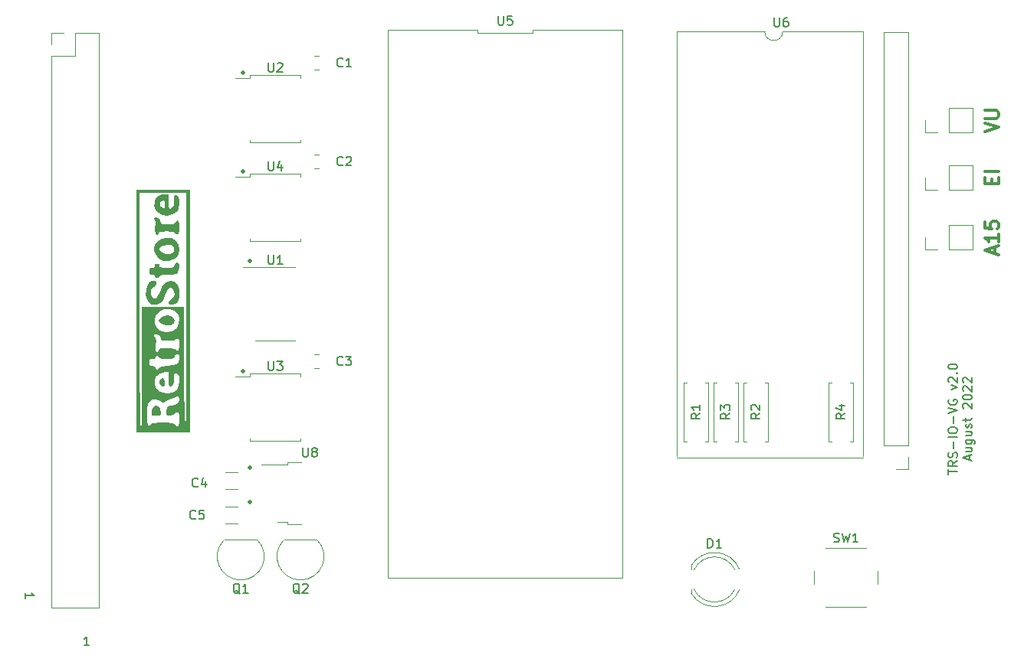
<source format=gbr>
%TF.GenerationSoftware,KiCad,Pcbnew,(6.0.7)*%
%TF.CreationDate,2022-08-24T05:19:48-07:00*%
%TF.ProjectId,TRS-IO-M1,5452532d-494f-42d4-9d31-2e6b69636164,rev?*%
%TF.SameCoordinates,Original*%
%TF.FileFunction,Legend,Top*%
%TF.FilePolarity,Positive*%
%FSLAX46Y46*%
G04 Gerber Fmt 4.6, Leading zero omitted, Abs format (unit mm)*
G04 Created by KiCad (PCBNEW (6.0.7)) date 2022-08-24 05:19:48*
%MOMM*%
%LPD*%
G01*
G04 APERTURE LIST*
%ADD10C,0.150000*%
%ADD11C,0.300000*%
%ADD12C,0.120000*%
G04 APERTURE END LIST*
D10*
X112069619Y-123983714D02*
X112069619Y-123412285D01*
X112069619Y-123698000D02*
X113069619Y-123698000D01*
X112926761Y-123602761D01*
X112831523Y-123507523D01*
X112783904Y-123412285D01*
D11*
X136144000Y-98833714D02*
X136215428Y-98905142D01*
X136144000Y-98976571D01*
X136072571Y-98905142D01*
X136144000Y-98833714D01*
X136144000Y-98976571D01*
X136906000Y-113311714D02*
X136977428Y-113383142D01*
X136906000Y-113454571D01*
X136834571Y-113383142D01*
X136906000Y-113311714D01*
X136906000Y-113454571D01*
X136144000Y-65813714D02*
X136215428Y-65885142D01*
X136144000Y-65956571D01*
X136072571Y-65885142D01*
X136144000Y-65813714D01*
X136144000Y-65956571D01*
X136906000Y-86641714D02*
X136977428Y-86713142D01*
X136906000Y-86784571D01*
X136834571Y-86713142D01*
X136906000Y-86641714D01*
X136906000Y-86784571D01*
X218840857Y-78148571D02*
X218840857Y-77648571D01*
X219626571Y-77434285D02*
X219626571Y-78148571D01*
X218126571Y-78148571D01*
X218126571Y-77434285D01*
X219626571Y-76791428D02*
X218126571Y-76791428D01*
X219198000Y-85859714D02*
X219198000Y-85145428D01*
X219626571Y-86002571D02*
X218126571Y-85502571D01*
X219626571Y-85002571D01*
X219626571Y-83716857D02*
X219626571Y-84574000D01*
X219626571Y-84145428D02*
X218126571Y-84145428D01*
X218340857Y-84288285D01*
X218483714Y-84431142D01*
X218555142Y-84574000D01*
X218126571Y-82359714D02*
X218126571Y-83074000D01*
X218840857Y-83145428D01*
X218769428Y-83074000D01*
X218698000Y-82931142D01*
X218698000Y-82574000D01*
X218769428Y-82431142D01*
X218840857Y-82359714D01*
X218983714Y-82288285D01*
X219340857Y-82288285D01*
X219483714Y-82359714D01*
X219555142Y-82431142D01*
X219626571Y-82574000D01*
X219626571Y-82931142D01*
X219555142Y-83074000D01*
X219483714Y-83145428D01*
X136906000Y-109501714D02*
X136977428Y-109573142D01*
X136906000Y-109644571D01*
X136834571Y-109573142D01*
X136906000Y-109501714D01*
X136906000Y-109644571D01*
D10*
X214039380Y-110282857D02*
X214039380Y-109711428D01*
X215039380Y-109997142D02*
X214039380Y-109997142D01*
X215039380Y-108806666D02*
X214563190Y-109140000D01*
X215039380Y-109378095D02*
X214039380Y-109378095D01*
X214039380Y-108997142D01*
X214087000Y-108901904D01*
X214134619Y-108854285D01*
X214229857Y-108806666D01*
X214372714Y-108806666D01*
X214467952Y-108854285D01*
X214515571Y-108901904D01*
X214563190Y-108997142D01*
X214563190Y-109378095D01*
X214991761Y-108425714D02*
X215039380Y-108282857D01*
X215039380Y-108044761D01*
X214991761Y-107949523D01*
X214944142Y-107901904D01*
X214848904Y-107854285D01*
X214753666Y-107854285D01*
X214658428Y-107901904D01*
X214610809Y-107949523D01*
X214563190Y-108044761D01*
X214515571Y-108235238D01*
X214467952Y-108330476D01*
X214420333Y-108378095D01*
X214325095Y-108425714D01*
X214229857Y-108425714D01*
X214134619Y-108378095D01*
X214087000Y-108330476D01*
X214039380Y-108235238D01*
X214039380Y-107997142D01*
X214087000Y-107854285D01*
X214658428Y-107425714D02*
X214658428Y-106663809D01*
X215039380Y-106187619D02*
X214039380Y-106187619D01*
X214039380Y-105520952D02*
X214039380Y-105330476D01*
X214087000Y-105235238D01*
X214182238Y-105140000D01*
X214372714Y-105092380D01*
X214706047Y-105092380D01*
X214896523Y-105140000D01*
X214991761Y-105235238D01*
X215039380Y-105330476D01*
X215039380Y-105520952D01*
X214991761Y-105616190D01*
X214896523Y-105711428D01*
X214706047Y-105759047D01*
X214372714Y-105759047D01*
X214182238Y-105711428D01*
X214087000Y-105616190D01*
X214039380Y-105520952D01*
X214658428Y-104663809D02*
X214658428Y-103901904D01*
X214039380Y-103568571D02*
X215039380Y-103235238D01*
X214039380Y-102901904D01*
X214087000Y-102044761D02*
X214039380Y-102140000D01*
X214039380Y-102282857D01*
X214087000Y-102425714D01*
X214182238Y-102520952D01*
X214277476Y-102568571D01*
X214467952Y-102616190D01*
X214610809Y-102616190D01*
X214801285Y-102568571D01*
X214896523Y-102520952D01*
X214991761Y-102425714D01*
X215039380Y-102282857D01*
X215039380Y-102187619D01*
X214991761Y-102044761D01*
X214944142Y-101997142D01*
X214610809Y-101997142D01*
X214610809Y-102187619D01*
X214372714Y-100901904D02*
X215039380Y-100663809D01*
X214372714Y-100425714D01*
X214134619Y-100092380D02*
X214087000Y-100044761D01*
X214039380Y-99949523D01*
X214039380Y-99711428D01*
X214087000Y-99616190D01*
X214134619Y-99568571D01*
X214229857Y-99520952D01*
X214325095Y-99520952D01*
X214467952Y-99568571D01*
X215039380Y-100140000D01*
X215039380Y-99520952D01*
X214944142Y-99092380D02*
X214991761Y-99044761D01*
X215039380Y-99092380D01*
X214991761Y-99140000D01*
X214944142Y-99092380D01*
X215039380Y-99092380D01*
X214039380Y-98425714D02*
X214039380Y-98330476D01*
X214087000Y-98235238D01*
X214134619Y-98187619D01*
X214229857Y-98140000D01*
X214420333Y-98092380D01*
X214658428Y-98092380D01*
X214848904Y-98140000D01*
X214944142Y-98187619D01*
X214991761Y-98235238D01*
X215039380Y-98330476D01*
X215039380Y-98425714D01*
X214991761Y-98520952D01*
X214944142Y-98568571D01*
X214848904Y-98616190D01*
X214658428Y-98663809D01*
X214420333Y-98663809D01*
X214229857Y-98616190D01*
X214134619Y-98568571D01*
X214087000Y-98520952D01*
X214039380Y-98425714D01*
X216363666Y-108711428D02*
X216363666Y-108235238D01*
X216649380Y-108806666D02*
X215649380Y-108473333D01*
X216649380Y-108140000D01*
X215982714Y-107378095D02*
X216649380Y-107378095D01*
X215982714Y-107806666D02*
X216506523Y-107806666D01*
X216601761Y-107759047D01*
X216649380Y-107663809D01*
X216649380Y-107520952D01*
X216601761Y-107425714D01*
X216554142Y-107378095D01*
X215982714Y-106473333D02*
X216792238Y-106473333D01*
X216887476Y-106520952D01*
X216935095Y-106568571D01*
X216982714Y-106663809D01*
X216982714Y-106806666D01*
X216935095Y-106901904D01*
X216601761Y-106473333D02*
X216649380Y-106568571D01*
X216649380Y-106759047D01*
X216601761Y-106854285D01*
X216554142Y-106901904D01*
X216458904Y-106949523D01*
X216173190Y-106949523D01*
X216077952Y-106901904D01*
X216030333Y-106854285D01*
X215982714Y-106759047D01*
X215982714Y-106568571D01*
X216030333Y-106473333D01*
X215982714Y-105568571D02*
X216649380Y-105568571D01*
X215982714Y-105997142D02*
X216506523Y-105997142D01*
X216601761Y-105949523D01*
X216649380Y-105854285D01*
X216649380Y-105711428D01*
X216601761Y-105616190D01*
X216554142Y-105568571D01*
X216601761Y-105140000D02*
X216649380Y-105044761D01*
X216649380Y-104854285D01*
X216601761Y-104759047D01*
X216506523Y-104711428D01*
X216458904Y-104711428D01*
X216363666Y-104759047D01*
X216316047Y-104854285D01*
X216316047Y-104997142D01*
X216268428Y-105092380D01*
X216173190Y-105140000D01*
X216125571Y-105140000D01*
X216030333Y-105092380D01*
X215982714Y-104997142D01*
X215982714Y-104854285D01*
X216030333Y-104759047D01*
X215982714Y-104425714D02*
X215982714Y-104044761D01*
X215649380Y-104282857D02*
X216506523Y-104282857D01*
X216601761Y-104235238D01*
X216649380Y-104140000D01*
X216649380Y-104044761D01*
X215744619Y-102997142D02*
X215697000Y-102949523D01*
X215649380Y-102854285D01*
X215649380Y-102616190D01*
X215697000Y-102520952D01*
X215744619Y-102473333D01*
X215839857Y-102425714D01*
X215935095Y-102425714D01*
X216077952Y-102473333D01*
X216649380Y-103044761D01*
X216649380Y-102425714D01*
X215649380Y-101806666D02*
X215649380Y-101711428D01*
X215697000Y-101616190D01*
X215744619Y-101568571D01*
X215839857Y-101520952D01*
X216030333Y-101473333D01*
X216268428Y-101473333D01*
X216458904Y-101520952D01*
X216554142Y-101568571D01*
X216601761Y-101616190D01*
X216649380Y-101711428D01*
X216649380Y-101806666D01*
X216601761Y-101901904D01*
X216554142Y-101949523D01*
X216458904Y-101997142D01*
X216268428Y-102044761D01*
X216030333Y-102044761D01*
X215839857Y-101997142D01*
X215744619Y-101949523D01*
X215697000Y-101901904D01*
X215649380Y-101806666D01*
X215744619Y-101092380D02*
X215697000Y-101044761D01*
X215649380Y-100949523D01*
X215649380Y-100711428D01*
X215697000Y-100616190D01*
X215744619Y-100568571D01*
X215839857Y-100520952D01*
X215935095Y-100520952D01*
X216077952Y-100568571D01*
X216649380Y-101140000D01*
X216649380Y-100520952D01*
X215744619Y-100140000D02*
X215697000Y-100092380D01*
X215649380Y-99997142D01*
X215649380Y-99759047D01*
X215697000Y-99663809D01*
X215744619Y-99616190D01*
X215839857Y-99568571D01*
X215935095Y-99568571D01*
X216077952Y-99616190D01*
X216649380Y-100187619D01*
X216649380Y-99568571D01*
X119157714Y-129230380D02*
X118586285Y-129230380D01*
X118872000Y-129230380D02*
X118872000Y-128230380D01*
X118776761Y-128373238D01*
X118681523Y-128468476D01*
X118586285Y-128516095D01*
D11*
X136144000Y-76735714D02*
X136215428Y-76807142D01*
X136144000Y-76878571D01*
X136072571Y-76807142D01*
X136144000Y-76735714D01*
X136144000Y-76878571D01*
X218126571Y-72405714D02*
X219626571Y-71905714D01*
X218126571Y-71405714D01*
X218126571Y-70905714D02*
X219340857Y-70905714D01*
X219483714Y-70834285D01*
X219555142Y-70762857D01*
X219626571Y-70620000D01*
X219626571Y-70334285D01*
X219555142Y-70191428D01*
X219483714Y-70120000D01*
X219340857Y-70048571D01*
X218126571Y-70048571D01*
D10*
%TO.C,R1*%
X186634380Y-103544666D02*
X186158190Y-103878000D01*
X186634380Y-104116095D02*
X185634380Y-104116095D01*
X185634380Y-103735142D01*
X185682000Y-103639904D01*
X185729619Y-103592285D01*
X185824857Y-103544666D01*
X185967714Y-103544666D01*
X186062952Y-103592285D01*
X186110571Y-103639904D01*
X186158190Y-103735142D01*
X186158190Y-104116095D01*
X186634380Y-102592285D02*
X186634380Y-103163714D01*
X186634380Y-102878000D02*
X185634380Y-102878000D01*
X185777238Y-102973238D01*
X185872476Y-103068476D01*
X185920095Y-103163714D01*
%TO.C,R2*%
X193238380Y-103544666D02*
X192762190Y-103878000D01*
X193238380Y-104116095D02*
X192238380Y-104116095D01*
X192238380Y-103735142D01*
X192286000Y-103639904D01*
X192333619Y-103592285D01*
X192428857Y-103544666D01*
X192571714Y-103544666D01*
X192666952Y-103592285D01*
X192714571Y-103639904D01*
X192762190Y-103735142D01*
X192762190Y-104116095D01*
X192333619Y-103163714D02*
X192286000Y-103116095D01*
X192238380Y-103020857D01*
X192238380Y-102782761D01*
X192286000Y-102687523D01*
X192333619Y-102639904D01*
X192428857Y-102592285D01*
X192524095Y-102592285D01*
X192666952Y-102639904D01*
X193238380Y-103211333D01*
X193238380Y-102592285D01*
%TO.C,C2*%
X147153333Y-76049142D02*
X147105714Y-76096761D01*
X146962857Y-76144380D01*
X146867619Y-76144380D01*
X146724761Y-76096761D01*
X146629523Y-76001523D01*
X146581904Y-75906285D01*
X146534285Y-75715809D01*
X146534285Y-75572952D01*
X146581904Y-75382476D01*
X146629523Y-75287238D01*
X146724761Y-75192000D01*
X146867619Y-75144380D01*
X146962857Y-75144380D01*
X147105714Y-75192000D01*
X147153333Y-75239619D01*
X147534285Y-75239619D02*
X147581904Y-75192000D01*
X147677142Y-75144380D01*
X147915238Y-75144380D01*
X148010476Y-75192000D01*
X148058095Y-75239619D01*
X148105714Y-75334857D01*
X148105714Y-75430095D01*
X148058095Y-75572952D01*
X147486666Y-76144380D01*
X148105714Y-76144380D01*
%TO.C,U5*%
X164338095Y-59582380D02*
X164338095Y-60391904D01*
X164385714Y-60487142D01*
X164433333Y-60534761D01*
X164528571Y-60582380D01*
X164719047Y-60582380D01*
X164814285Y-60534761D01*
X164861904Y-60487142D01*
X164909523Y-60391904D01*
X164909523Y-59582380D01*
X165861904Y-59582380D02*
X165385714Y-59582380D01*
X165338095Y-60058571D01*
X165385714Y-60010952D01*
X165480952Y-59963333D01*
X165719047Y-59963333D01*
X165814285Y-60010952D01*
X165861904Y-60058571D01*
X165909523Y-60153809D01*
X165909523Y-60391904D01*
X165861904Y-60487142D01*
X165814285Y-60534761D01*
X165719047Y-60582380D01*
X165480952Y-60582380D01*
X165385714Y-60534761D01*
X165338095Y-60487142D01*
%TO.C,U1*%
X138938095Y-86042380D02*
X138938095Y-86851904D01*
X138985714Y-86947142D01*
X139033333Y-86994761D01*
X139128571Y-87042380D01*
X139319047Y-87042380D01*
X139414285Y-86994761D01*
X139461904Y-86947142D01*
X139509523Y-86851904D01*
X139509523Y-86042380D01*
X140509523Y-87042380D02*
X139938095Y-87042380D01*
X140223809Y-87042380D02*
X140223809Y-86042380D01*
X140128571Y-86185238D01*
X140033333Y-86280476D01*
X139938095Y-86328095D01*
%TO.C,C1*%
X147153333Y-65127142D02*
X147105714Y-65174761D01*
X146962857Y-65222380D01*
X146867619Y-65222380D01*
X146724761Y-65174761D01*
X146629523Y-65079523D01*
X146581904Y-64984285D01*
X146534285Y-64793809D01*
X146534285Y-64650952D01*
X146581904Y-64460476D01*
X146629523Y-64365238D01*
X146724761Y-64270000D01*
X146867619Y-64222380D01*
X146962857Y-64222380D01*
X147105714Y-64270000D01*
X147153333Y-64317619D01*
X148105714Y-65222380D02*
X147534285Y-65222380D01*
X147820000Y-65222380D02*
X147820000Y-64222380D01*
X147724761Y-64365238D01*
X147629523Y-64460476D01*
X147534285Y-64508095D01*
%TO.C,Q2*%
X142398761Y-123487619D02*
X142303523Y-123440000D01*
X142208285Y-123344761D01*
X142065428Y-123201904D01*
X141970190Y-123154285D01*
X141874952Y-123154285D01*
X141922571Y-123392380D02*
X141827333Y-123344761D01*
X141732095Y-123249523D01*
X141684476Y-123059047D01*
X141684476Y-122725714D01*
X141732095Y-122535238D01*
X141827333Y-122440000D01*
X141922571Y-122392380D01*
X142113047Y-122392380D01*
X142208285Y-122440000D01*
X142303523Y-122535238D01*
X142351142Y-122725714D01*
X142351142Y-123059047D01*
X142303523Y-123249523D01*
X142208285Y-123344761D01*
X142113047Y-123392380D01*
X141922571Y-123392380D01*
X142732095Y-122487619D02*
X142779714Y-122440000D01*
X142874952Y-122392380D01*
X143113047Y-122392380D01*
X143208285Y-122440000D01*
X143255904Y-122487619D01*
X143303523Y-122582857D01*
X143303523Y-122678095D01*
X143255904Y-122820952D01*
X142684476Y-123392380D01*
X143303523Y-123392380D01*
%TO.C,U8*%
X142748095Y-107347380D02*
X142748095Y-108156904D01*
X142795714Y-108252142D01*
X142843333Y-108299761D01*
X142938571Y-108347380D01*
X143129047Y-108347380D01*
X143224285Y-108299761D01*
X143271904Y-108252142D01*
X143319523Y-108156904D01*
X143319523Y-107347380D01*
X143938571Y-107775952D02*
X143843333Y-107728333D01*
X143795714Y-107680714D01*
X143748095Y-107585476D01*
X143748095Y-107537857D01*
X143795714Y-107442619D01*
X143843333Y-107395000D01*
X143938571Y-107347380D01*
X144129047Y-107347380D01*
X144224285Y-107395000D01*
X144271904Y-107442619D01*
X144319523Y-107537857D01*
X144319523Y-107585476D01*
X144271904Y-107680714D01*
X144224285Y-107728333D01*
X144129047Y-107775952D01*
X143938571Y-107775952D01*
X143843333Y-107823571D01*
X143795714Y-107871190D01*
X143748095Y-107966428D01*
X143748095Y-108156904D01*
X143795714Y-108252142D01*
X143843333Y-108299761D01*
X143938571Y-108347380D01*
X144129047Y-108347380D01*
X144224285Y-108299761D01*
X144271904Y-108252142D01*
X144319523Y-108156904D01*
X144319523Y-107966428D01*
X144271904Y-107871190D01*
X144224285Y-107823571D01*
X144129047Y-107775952D01*
%TO.C,U6*%
X194818095Y-59767380D02*
X194818095Y-60576904D01*
X194865714Y-60672142D01*
X194913333Y-60719761D01*
X195008571Y-60767380D01*
X195199047Y-60767380D01*
X195294285Y-60719761D01*
X195341904Y-60672142D01*
X195389523Y-60576904D01*
X195389523Y-59767380D01*
X196294285Y-59767380D02*
X196103809Y-59767380D01*
X196008571Y-59815000D01*
X195960952Y-59862619D01*
X195865714Y-60005476D01*
X195818095Y-60195952D01*
X195818095Y-60576904D01*
X195865714Y-60672142D01*
X195913333Y-60719761D01*
X196008571Y-60767380D01*
X196199047Y-60767380D01*
X196294285Y-60719761D01*
X196341904Y-60672142D01*
X196389523Y-60576904D01*
X196389523Y-60338809D01*
X196341904Y-60243571D01*
X196294285Y-60195952D01*
X196199047Y-60148333D01*
X196008571Y-60148333D01*
X195913333Y-60195952D01*
X195865714Y-60243571D01*
X195818095Y-60338809D01*
%TO.C,R4*%
X202636380Y-103544666D02*
X202160190Y-103878000D01*
X202636380Y-104116095D02*
X201636380Y-104116095D01*
X201636380Y-103735142D01*
X201684000Y-103639904D01*
X201731619Y-103592285D01*
X201826857Y-103544666D01*
X201969714Y-103544666D01*
X202064952Y-103592285D01*
X202112571Y-103639904D01*
X202160190Y-103735142D01*
X202160190Y-104116095D01*
X201969714Y-102687523D02*
X202636380Y-102687523D01*
X201588761Y-102925619D02*
X202303047Y-103163714D01*
X202303047Y-102544666D01*
%TO.C,C3*%
X147153333Y-98147142D02*
X147105714Y-98194761D01*
X146962857Y-98242380D01*
X146867619Y-98242380D01*
X146724761Y-98194761D01*
X146629523Y-98099523D01*
X146581904Y-98004285D01*
X146534285Y-97813809D01*
X146534285Y-97670952D01*
X146581904Y-97480476D01*
X146629523Y-97385238D01*
X146724761Y-97290000D01*
X146867619Y-97242380D01*
X146962857Y-97242380D01*
X147105714Y-97290000D01*
X147153333Y-97337619D01*
X147486666Y-97242380D02*
X148105714Y-97242380D01*
X147772380Y-97623333D01*
X147915238Y-97623333D01*
X148010476Y-97670952D01*
X148058095Y-97718571D01*
X148105714Y-97813809D01*
X148105714Y-98051904D01*
X148058095Y-98147142D01*
X148010476Y-98194761D01*
X147915238Y-98242380D01*
X147629523Y-98242380D01*
X147534285Y-98194761D01*
X147486666Y-98147142D01*
%TO.C,C4*%
X131151333Y-111609142D02*
X131103714Y-111656761D01*
X130960857Y-111704380D01*
X130865619Y-111704380D01*
X130722761Y-111656761D01*
X130627523Y-111561523D01*
X130579904Y-111466285D01*
X130532285Y-111275809D01*
X130532285Y-111132952D01*
X130579904Y-110942476D01*
X130627523Y-110847238D01*
X130722761Y-110752000D01*
X130865619Y-110704380D01*
X130960857Y-110704380D01*
X131103714Y-110752000D01*
X131151333Y-110799619D01*
X132008476Y-111037714D02*
X132008476Y-111704380D01*
X131770380Y-110656761D02*
X131532285Y-111371047D01*
X132151333Y-111371047D01*
%TO.C,R3*%
X189920380Y-103544666D02*
X189444190Y-103878000D01*
X189920380Y-104116095D02*
X188920380Y-104116095D01*
X188920380Y-103735142D01*
X188968000Y-103639904D01*
X189015619Y-103592285D01*
X189110857Y-103544666D01*
X189253714Y-103544666D01*
X189348952Y-103592285D01*
X189396571Y-103639904D01*
X189444190Y-103735142D01*
X189444190Y-104116095D01*
X188920380Y-103211333D02*
X188920380Y-102592285D01*
X189301333Y-102925619D01*
X189301333Y-102782761D01*
X189348952Y-102687523D01*
X189396571Y-102639904D01*
X189491809Y-102592285D01*
X189729904Y-102592285D01*
X189825142Y-102639904D01*
X189872761Y-102687523D01*
X189920380Y-102782761D01*
X189920380Y-103068476D01*
X189872761Y-103163714D01*
X189825142Y-103211333D01*
%TO.C,U2*%
X138938095Y-64752380D02*
X138938095Y-65561904D01*
X138985714Y-65657142D01*
X139033333Y-65704761D01*
X139128571Y-65752380D01*
X139319047Y-65752380D01*
X139414285Y-65704761D01*
X139461904Y-65657142D01*
X139509523Y-65561904D01*
X139509523Y-64752380D01*
X139938095Y-64847619D02*
X139985714Y-64800000D01*
X140080952Y-64752380D01*
X140319047Y-64752380D01*
X140414285Y-64800000D01*
X140461904Y-64847619D01*
X140509523Y-64942857D01*
X140509523Y-65038095D01*
X140461904Y-65180952D01*
X139890476Y-65752380D01*
X140509523Y-65752380D01*
%TO.C,D1*%
X187480904Y-118412380D02*
X187480904Y-117412380D01*
X187719000Y-117412380D01*
X187861857Y-117460000D01*
X187957095Y-117555238D01*
X188004714Y-117650476D01*
X188052333Y-117840952D01*
X188052333Y-117983809D01*
X188004714Y-118174285D01*
X187957095Y-118269523D01*
X187861857Y-118364761D01*
X187719000Y-118412380D01*
X187480904Y-118412380D01*
X189004714Y-118412380D02*
X188433285Y-118412380D01*
X188719000Y-118412380D02*
X188719000Y-117412380D01*
X188623761Y-117555238D01*
X188528523Y-117650476D01*
X188433285Y-117698095D01*
%TO.C,U3*%
X138938095Y-97772380D02*
X138938095Y-98581904D01*
X138985714Y-98677142D01*
X139033333Y-98724761D01*
X139128571Y-98772380D01*
X139319047Y-98772380D01*
X139414285Y-98724761D01*
X139461904Y-98677142D01*
X139509523Y-98581904D01*
X139509523Y-97772380D01*
X139890476Y-97772380D02*
X140509523Y-97772380D01*
X140176190Y-98153333D01*
X140319047Y-98153333D01*
X140414285Y-98200952D01*
X140461904Y-98248571D01*
X140509523Y-98343809D01*
X140509523Y-98581904D01*
X140461904Y-98677142D01*
X140414285Y-98724761D01*
X140319047Y-98772380D01*
X140033333Y-98772380D01*
X139938095Y-98724761D01*
X139890476Y-98677142D01*
%TO.C,Q1*%
X135794761Y-123487619D02*
X135699523Y-123440000D01*
X135604285Y-123344761D01*
X135461428Y-123201904D01*
X135366190Y-123154285D01*
X135270952Y-123154285D01*
X135318571Y-123392380D02*
X135223333Y-123344761D01*
X135128095Y-123249523D01*
X135080476Y-123059047D01*
X135080476Y-122725714D01*
X135128095Y-122535238D01*
X135223333Y-122440000D01*
X135318571Y-122392380D01*
X135509047Y-122392380D01*
X135604285Y-122440000D01*
X135699523Y-122535238D01*
X135747142Y-122725714D01*
X135747142Y-123059047D01*
X135699523Y-123249523D01*
X135604285Y-123344761D01*
X135509047Y-123392380D01*
X135318571Y-123392380D01*
X136699523Y-123392380D02*
X136128095Y-123392380D01*
X136413809Y-123392380D02*
X136413809Y-122392380D01*
X136318571Y-122535238D01*
X136223333Y-122630476D01*
X136128095Y-122678095D01*
%TO.C,SW1*%
X201410666Y-117752761D02*
X201553523Y-117800380D01*
X201791619Y-117800380D01*
X201886857Y-117752761D01*
X201934476Y-117705142D01*
X201982095Y-117609904D01*
X201982095Y-117514666D01*
X201934476Y-117419428D01*
X201886857Y-117371809D01*
X201791619Y-117324190D01*
X201601142Y-117276571D01*
X201505904Y-117228952D01*
X201458285Y-117181333D01*
X201410666Y-117086095D01*
X201410666Y-116990857D01*
X201458285Y-116895619D01*
X201505904Y-116848000D01*
X201601142Y-116800380D01*
X201839238Y-116800380D01*
X201982095Y-116848000D01*
X202315428Y-116800380D02*
X202553523Y-117800380D01*
X202744000Y-117086095D01*
X202934476Y-117800380D01*
X203172571Y-116800380D01*
X204077333Y-117800380D02*
X203505904Y-117800380D01*
X203791619Y-117800380D02*
X203791619Y-116800380D01*
X203696380Y-116943238D01*
X203601142Y-117038476D01*
X203505904Y-117086095D01*
%TO.C,U4*%
X138938095Y-75674380D02*
X138938095Y-76483904D01*
X138985714Y-76579142D01*
X139033333Y-76626761D01*
X139128571Y-76674380D01*
X139319047Y-76674380D01*
X139414285Y-76626761D01*
X139461904Y-76579142D01*
X139509523Y-76483904D01*
X139509523Y-75674380D01*
X140414285Y-76007714D02*
X140414285Y-76674380D01*
X140176190Y-75626761D02*
X139938095Y-76341047D01*
X140557142Y-76341047D01*
%TO.C,C5*%
X130897333Y-115165142D02*
X130849714Y-115212761D01*
X130706857Y-115260380D01*
X130611619Y-115260380D01*
X130468761Y-115212761D01*
X130373523Y-115117523D01*
X130325904Y-115022285D01*
X130278285Y-114831809D01*
X130278285Y-114688952D01*
X130325904Y-114498476D01*
X130373523Y-114403238D01*
X130468761Y-114308000D01*
X130611619Y-114260380D01*
X130706857Y-114260380D01*
X130849714Y-114308000D01*
X130897333Y-114355619D01*
X131802095Y-114260380D02*
X131325904Y-114260380D01*
X131278285Y-114736571D01*
X131325904Y-114688952D01*
X131421142Y-114641333D01*
X131659238Y-114641333D01*
X131754476Y-114688952D01*
X131802095Y-114736571D01*
X131849714Y-114831809D01*
X131849714Y-115069904D01*
X131802095Y-115165142D01*
X131754476Y-115212761D01*
X131659238Y-115260380D01*
X131421142Y-115260380D01*
X131325904Y-115212761D01*
X131278285Y-115165142D01*
%TO.C,G1*%
G36*
X127423760Y-99710046D02*
G01*
X127515284Y-99999783D01*
X127519969Y-100114565D01*
X127474811Y-100462436D01*
X127333562Y-100579816D01*
X127325171Y-100580010D01*
X127088835Y-100468266D01*
X126943972Y-100212437D01*
X126943718Y-99931628D01*
X126995086Y-99840096D01*
X127239677Y-99651230D01*
X127423760Y-99710046D01*
G37*
G36*
X127596598Y-86684737D02*
G01*
X127368848Y-86659577D01*
X126976656Y-86476159D01*
X126620779Y-86139532D01*
X126380347Y-85739750D01*
X126323110Y-85469486D01*
X126346894Y-85357213D01*
X126931183Y-85357213D01*
X127014476Y-85598677D01*
X127252808Y-85795555D01*
X127591041Y-85916216D01*
X127974038Y-85929026D01*
X128311730Y-85822042D01*
X128543136Y-85574047D01*
X128555029Y-85257100D01*
X128424262Y-85047445D01*
X128146531Y-84922282D01*
X127744583Y-84893662D01*
X127340053Y-84956658D01*
X127058065Y-85102797D01*
X126931183Y-85357213D01*
X126346894Y-85357213D01*
X126437583Y-84929107D01*
X126742977Y-84507083D01*
X127182255Y-84225561D01*
X127698381Y-84106686D01*
X128234316Y-84172605D01*
X128733025Y-84445465D01*
X128802389Y-84506826D01*
X129034337Y-84886083D01*
X129120629Y-85382317D01*
X129054038Y-85885399D01*
X128912383Y-86182949D01*
X128589872Y-86450132D01*
X128115266Y-86628515D01*
X127974038Y-86643824D01*
X127596598Y-86684737D01*
G37*
G36*
X128252263Y-92808423D02*
G01*
X128525029Y-93026344D01*
X128583843Y-93265874D01*
X128495121Y-93545105D01*
X128424262Y-93638230D01*
X128138719Y-93778330D01*
X127754293Y-93796935D01*
X127356460Y-93714329D01*
X127030696Y-93550792D01*
X126862479Y-93326609D01*
X126855047Y-93265874D01*
X126974359Y-93023858D01*
X127277623Y-92831642D01*
X127682831Y-92736966D01*
X127768839Y-92733937D01*
X128252263Y-92808423D01*
G37*
G36*
X128586651Y-88990424D02*
G01*
X128912703Y-89321049D01*
X129087403Y-89856565D01*
X129115780Y-90262072D01*
X129070720Y-90773592D01*
X128951599Y-91168218D01*
X128908763Y-91241520D01*
X128667524Y-91447064D01*
X128365457Y-91541930D01*
X128090654Y-91520678D01*
X127931209Y-91377870D01*
X127918921Y-91302644D01*
X128028678Y-91073385D01*
X128218136Y-90936937D01*
X128453916Y-90729587D01*
X128564141Y-90421265D01*
X128560665Y-90084413D01*
X128455340Y-89791473D01*
X128260020Y-89614886D01*
X128002750Y-89620555D01*
X127838050Y-89786076D01*
X127652995Y-90118807D01*
X127553696Y-90363923D01*
X127296540Y-90961589D01*
X127011967Y-91330427D01*
X126663066Y-91507409D01*
X126382467Y-91537078D01*
X126031406Y-91489252D01*
X125788461Y-91298144D01*
X125656731Y-91104879D01*
X125426096Y-90482380D01*
X125443948Y-89809294D01*
X125606849Y-89329689D01*
X125804839Y-89013235D01*
X126046445Y-88889055D01*
X126205278Y-88877393D01*
X126483353Y-88916615D01*
X126581855Y-89080833D01*
X126589078Y-89209853D01*
X126523667Y-89473809D01*
X126338613Y-89542314D01*
X126129585Y-89656919D01*
X126010857Y-89944964D01*
X126004601Y-90322792D01*
X126067222Y-90566211D01*
X126246271Y-90841180D01*
X126461900Y-90870305D01*
X126690712Y-90666862D01*
X126909309Y-90244125D01*
X126978271Y-90049314D01*
X127263494Y-89409530D01*
X127628254Y-89020580D01*
X128076647Y-88878253D01*
X128118398Y-88877393D01*
X128586651Y-88990424D01*
G37*
G36*
X126792846Y-81347230D02*
G01*
X126508504Y-81004088D01*
X126352935Y-80469485D01*
X126374129Y-80323797D01*
X126957582Y-80323797D01*
X126998633Y-80601177D01*
X127064286Y-80689623D01*
X127313972Y-80875853D01*
X127461645Y-80821482D01*
X127518506Y-80520198D01*
X127519969Y-80432890D01*
X127474811Y-80085019D01*
X127333562Y-79967640D01*
X127325171Y-79967445D01*
X127079920Y-80075206D01*
X126957582Y-80323797D01*
X126374129Y-80323797D01*
X126424084Y-79980395D01*
X126691533Y-79589926D01*
X127124865Y-79351185D01*
X127483066Y-79302523D01*
X127918921Y-79302523D01*
X127918921Y-80100429D01*
X127937106Y-80576251D01*
X127997854Y-80828650D01*
X128102115Y-80898335D01*
X128382350Y-80783973D01*
X128534853Y-80470827D01*
X128538445Y-80003804D01*
X128534895Y-79980698D01*
X128506082Y-79611515D01*
X128582469Y-79426454D01*
X128648969Y-79387941D01*
X128863460Y-79413810D01*
X129017003Y-79634307D01*
X129103993Y-79983910D01*
X129118824Y-80397102D01*
X129055891Y-80808361D01*
X128909586Y-81152167D01*
X128810172Y-81272061D01*
X128340943Y-81559275D01*
X127797985Y-81661681D01*
X127313972Y-81595848D01*
X127256790Y-81588070D01*
X126792846Y-81347230D01*
G37*
G36*
X126794381Y-102795531D02*
G01*
X127035517Y-103067119D01*
X127121016Y-103464590D01*
X127087995Y-103662071D01*
X126940135Y-103750534D01*
X126604240Y-103771603D01*
X126581051Y-103771633D01*
X126041086Y-103771633D01*
X126082360Y-103272942D01*
X126141311Y-102931376D01*
X126278479Y-102773272D01*
X126448643Y-102728376D01*
X126794381Y-102795531D01*
G37*
G36*
X129034606Y-86935984D02*
G01*
X129107991Y-87143061D01*
X129115780Y-87338574D01*
X129056896Y-87713918D01*
X128914432Y-87995567D01*
X128906805Y-88003496D01*
X128672286Y-88131063D01*
X128259549Y-88197507D01*
X127776438Y-88212471D01*
X127278324Y-88223394D01*
X126994002Y-88263969D01*
X126871902Y-88345906D01*
X126855047Y-88421698D01*
X126758761Y-88578362D01*
X126622325Y-88580031D01*
X126441878Y-88464227D01*
X126422848Y-88370803D01*
X126336306Y-88251287D01*
X126123633Y-88212471D01*
X125886033Y-88169533D01*
X125799112Y-87987007D01*
X125791173Y-87813518D01*
X125826180Y-87529153D01*
X125978622Y-87424843D01*
X126137861Y-87414565D01*
X126384946Y-87372391D01*
X126412792Y-87228257D01*
X126408004Y-87215089D01*
X126424892Y-87060413D01*
X126655571Y-87015612D01*
X126888885Y-87062537D01*
X126903138Y-87215089D01*
X126904711Y-87323402D01*
X127045499Y-87384680D01*
X127373281Y-87410805D01*
X127705217Y-87414565D01*
X128177657Y-87406536D01*
X128442674Y-87370674D01*
X128558616Y-87289314D01*
X128583843Y-87148597D01*
X128677877Y-86926339D01*
X128849811Y-86882628D01*
X129034606Y-86935984D01*
G37*
G36*
X124328346Y-78770586D02*
G01*
X130312639Y-78770586D01*
X130312639Y-105633413D01*
X124328346Y-105633413D01*
X124328346Y-92202000D01*
X124727298Y-92202000D01*
X124728653Y-94656570D01*
X124732704Y-96859546D01*
X124739437Y-98809332D01*
X124748835Y-100504331D01*
X124760882Y-101942949D01*
X124775561Y-103123589D01*
X124792857Y-104044656D01*
X124812752Y-104704554D01*
X124835231Y-105101687D01*
X124860277Y-105234461D01*
X124860283Y-105234461D01*
X124893914Y-105102196D01*
X124922799Y-104708197D01*
X124946853Y-104056660D01*
X124947165Y-104041900D01*
X125513921Y-104041900D01*
X125546886Y-104495551D01*
X125613643Y-104826606D01*
X125714110Y-104967456D01*
X125724681Y-104968492D01*
X125900987Y-104862042D01*
X125924157Y-104769016D01*
X126045162Y-104669502D01*
X126363556Y-104599566D01*
X126812413Y-104559208D01*
X127324801Y-104548428D01*
X127833794Y-104567225D01*
X128272463Y-104615601D01*
X128573877Y-104693554D01*
X128668737Y-104769016D01*
X128836176Y-104945755D01*
X128930531Y-104968492D01*
X129040542Y-104892031D01*
X129099030Y-104634589D01*
X129115780Y-104170586D01*
X129098028Y-103696748D01*
X129038258Y-103444826D01*
X128930531Y-103372681D01*
X128725235Y-103479949D01*
X128668737Y-103572157D01*
X128475442Y-103723106D01*
X128114544Y-103771633D01*
X127803146Y-103756339D01*
X127677655Y-103657840D01*
X127668596Y-103397212D01*
X127678171Y-103275906D01*
X127722126Y-102966560D01*
X127837642Y-102804857D01*
X128101979Y-102717771D01*
X128308230Y-102680382D01*
X128770821Y-102558737D01*
X129020913Y-102360824D01*
X129110418Y-102039130D01*
X129113744Y-101943099D01*
X129027804Y-101708330D01*
X128836837Y-101641805D01*
X128650335Y-101776869D01*
X128466147Y-101881598D01*
X128258266Y-101909853D01*
X127926221Y-101992552D01*
X127812367Y-102058975D01*
X127640152Y-102159447D01*
X127414765Y-102320566D01*
X127244998Y-102322798D01*
X127001199Y-102164517D01*
X126983193Y-102151217D01*
X126547550Y-101973684D01*
X126108125Y-102035302D01*
X125743531Y-102323461D01*
X125721578Y-102353591D01*
X125618576Y-102621501D01*
X125549686Y-103037263D01*
X125514827Y-103533267D01*
X125513921Y-104041900D01*
X124947165Y-104041900D01*
X124965994Y-103151777D01*
X124980139Y-101997742D01*
X124989204Y-100598751D01*
X124989813Y-100342942D01*
X126393233Y-100342942D01*
X126496258Y-100647453D01*
X126816377Y-101038516D01*
X127280947Y-101275177D01*
X127812367Y-101349434D01*
X128333035Y-101253283D01*
X128765351Y-100978721D01*
X128844049Y-100889592D01*
X129038972Y-100474769D01*
X129119806Y-99946141D01*
X129070219Y-99437254D01*
X129035060Y-99327536D01*
X128849229Y-99147091D01*
X128715254Y-99117183D01*
X128565784Y-99157700D01*
X128518939Y-99325203D01*
X128547344Y-99647848D01*
X128541203Y-100129223D01*
X128390608Y-100454497D01*
X128116523Y-100579778D01*
X128102115Y-100580010D01*
X127992869Y-100500805D01*
X127934921Y-100236217D01*
X127918921Y-99782105D01*
X127918921Y-98984199D01*
X127478552Y-98984199D01*
X126974061Y-99098088D01*
X126655571Y-99357639D01*
X126602200Y-99401133D01*
X126397185Y-99835396D01*
X126393233Y-100342942D01*
X124989813Y-100342942D01*
X124993108Y-98958997D01*
X124993267Y-98518754D01*
X124993267Y-97920324D01*
X125791173Y-97920324D01*
X125826955Y-98205445D01*
X125979059Y-98309750D01*
X126123633Y-98319277D01*
X126391024Y-98388640D01*
X126456094Y-98518754D01*
X126562544Y-98695060D01*
X126655571Y-98718230D01*
X126832049Y-98619489D01*
X126855047Y-98533761D01*
X126939656Y-98423420D01*
X127216883Y-98348655D01*
X127721829Y-98300402D01*
X127769626Y-98297613D01*
X128400036Y-98230877D01*
X128807430Y-98099009D01*
X129031792Y-97876493D01*
X129113106Y-97537816D01*
X129115780Y-97438596D01*
X129083616Y-97124686D01*
X128959326Y-97001506D01*
X128849811Y-96989434D01*
X128627554Y-97083469D01*
X128583843Y-97255403D01*
X128556902Y-97399341D01*
X128436900Y-97479590D01*
X128165067Y-97514233D01*
X127719445Y-97521372D01*
X127234591Y-97508054D01*
X126965108Y-97460469D01*
X126861377Y-97367166D01*
X126855047Y-97321895D01*
X126748598Y-97145589D01*
X126655571Y-97122419D01*
X126479264Y-97228868D01*
X126456094Y-97321895D01*
X126340491Y-97482329D01*
X126123633Y-97521372D01*
X125886033Y-97564310D01*
X125799112Y-97746836D01*
X125791173Y-97920324D01*
X124993267Y-97920324D01*
X124993267Y-94791636D01*
X126348831Y-94791636D01*
X126348970Y-94953145D01*
X126464963Y-95232118D01*
X126485652Y-95269224D01*
X126601992Y-95527606D01*
X126597350Y-95656351D01*
X126582893Y-95659592D01*
X126503487Y-95777584D01*
X126459325Y-96072339D01*
X126456094Y-96191529D01*
X126489033Y-96561401D01*
X126598223Y-96713812D01*
X126655571Y-96723466D01*
X126831877Y-96617016D01*
X126855047Y-96523989D01*
X126913141Y-96411659D01*
X127120549Y-96349461D01*
X127526959Y-96325824D01*
X127711597Y-96324513D01*
X128165554Y-96343723D01*
X128505882Y-96393861D01*
X128650335Y-96457497D01*
X128842747Y-96579860D01*
X128924152Y-96590482D01*
X129046263Y-96510539D01*
X129105272Y-96241582D01*
X129115780Y-95925560D01*
X129092741Y-95501852D01*
X129015228Y-95297100D01*
X128924152Y-95260639D01*
X128697740Y-95341686D01*
X128650335Y-95393623D01*
X128481452Y-95467711D01*
X128135237Y-95515988D01*
X127847115Y-95526607D01*
X127723623Y-95523151D01*
X127425537Y-95514810D01*
X127196134Y-95459442D01*
X127085457Y-95330542D01*
X127043837Y-95198912D01*
X126894261Y-94940411D01*
X126653093Y-94771359D01*
X126417676Y-94748800D01*
X126348831Y-94791636D01*
X124993267Y-94791636D01*
X124993267Y-93124994D01*
X126373671Y-93124994D01*
X126409162Y-93664323D01*
X126455868Y-93797264D01*
X126750013Y-94191974D01*
X127198189Y-94444777D01*
X127723623Y-94545938D01*
X128249543Y-94485723D01*
X128699176Y-94254398D01*
X128849284Y-94100738D01*
X129058393Y-93652474D01*
X129105965Y-93122188D01*
X128987170Y-92632227D01*
X128912383Y-92502727D01*
X128581270Y-92227949D01*
X128099187Y-92054965D01*
X127572257Y-92017431D01*
X127436755Y-92034762D01*
X126923344Y-92245749D01*
X126557024Y-92630648D01*
X126373671Y-93124994D01*
X124993267Y-93124994D01*
X124993267Y-91803047D01*
X129647717Y-91803047D01*
X129647717Y-98518754D01*
X129650336Y-100217151D01*
X129658138Y-101675818D01*
X129671040Y-102890561D01*
X129688958Y-103857186D01*
X129711811Y-104571498D01*
X129739513Y-105029304D01*
X129771984Y-105226409D01*
X129780702Y-105234461D01*
X129805748Y-105101748D01*
X129828228Y-104704676D01*
X129848123Y-104044838D01*
X129865419Y-103123831D01*
X129880099Y-101943250D01*
X129892146Y-100504692D01*
X129901545Y-98809751D01*
X129908279Y-96860024D01*
X129912331Y-94657106D01*
X129913686Y-92202593D01*
X129913686Y-79169539D01*
X124727298Y-79169539D01*
X124727298Y-92202000D01*
X124328346Y-92202000D01*
X124328346Y-78770586D01*
G37*
G36*
X126857811Y-81950990D02*
G01*
X127007958Y-82228178D01*
X127109343Y-82461028D01*
X127256346Y-82579577D01*
X127529872Y-82622100D01*
X127851211Y-82627131D01*
X128321899Y-82598935D01*
X128573051Y-82507343D01*
X128631934Y-82427654D01*
X128809657Y-82250748D01*
X128912130Y-82228178D01*
X129034286Y-82290137D01*
X129097335Y-82510700D01*
X129115765Y-82941893D01*
X129115780Y-82959592D01*
X129104236Y-83382274D01*
X129054323Y-83602468D01*
X128943121Y-83683204D01*
X128849811Y-83691005D01*
X128633716Y-83635315D01*
X128583843Y-83558021D01*
X128461711Y-83488529D01*
X128138178Y-83440950D01*
X127719445Y-83425037D01*
X127239387Y-83437239D01*
X126972050Y-83482316D01*
X126864954Y-83572970D01*
X126855047Y-83634264D01*
X126755342Y-83794044D01*
X126633350Y-83800494D01*
X126469545Y-83670102D01*
X126412301Y-83336548D01*
X126411710Y-83281969D01*
X126432614Y-82928576D01*
X126483666Y-82692477D01*
X126491648Y-82677191D01*
X126499051Y-82466639D01*
X126449356Y-82354813D01*
X126330896Y-82047239D01*
X126425012Y-81865265D01*
X126595996Y-81829225D01*
X126857811Y-81950990D01*
G37*
D12*
%TO.C,J6*%
X209610000Y-107130000D02*
X206950000Y-107130000D01*
X209610000Y-107130000D02*
X209610000Y-61350000D01*
X209610000Y-61350000D02*
X206950000Y-61350000D01*
X209610000Y-108400000D02*
X209610000Y-109730000D01*
X209610000Y-109730000D02*
X208280000Y-109730000D01*
X206950000Y-107130000D02*
X206950000Y-61350000D01*
%TO.C,R1*%
X187552000Y-106648000D02*
X187222000Y-106648000D01*
X187552000Y-100108000D02*
X187552000Y-106648000D01*
X187222000Y-100108000D02*
X187552000Y-100108000D01*
X184812000Y-106648000D02*
X185142000Y-106648000D01*
X185142000Y-100108000D02*
X184812000Y-100108000D01*
X184812000Y-100108000D02*
X184812000Y-106648000D01*
%TO.C,R2*%
X191416000Y-100108000D02*
X191416000Y-106648000D01*
X194156000Y-106648000D02*
X193826000Y-106648000D01*
X191416000Y-106648000D02*
X191746000Y-106648000D01*
X193826000Y-100108000D02*
X194156000Y-100108000D01*
X194156000Y-100108000D02*
X194156000Y-106648000D01*
X191746000Y-100108000D02*
X191416000Y-100108000D01*
%TO.C,C2*%
X144010748Y-76427000D02*
X144533252Y-76427000D01*
X144010748Y-74957000D02*
X144533252Y-74957000D01*
%TO.C,U5*%
X168140000Y-61490000D02*
X162060001Y-61490000D01*
X162060001Y-61130000D02*
X152150000Y-61130000D01*
X162060001Y-61490000D02*
X162060001Y-61130000D01*
X152150000Y-121750000D02*
X178050000Y-121750000D01*
X152150000Y-61130000D02*
X152150000Y-121750000D01*
X178050000Y-121750000D02*
X178050000Y-61130000D01*
X178050000Y-61130000D02*
X168140000Y-61130000D01*
X168140000Y-61130000D02*
X168140000Y-61490000D01*
%TO.C,U1*%
X139700000Y-87405000D02*
X141900000Y-87405000D01*
X139700000Y-87405000D02*
X136100000Y-87405000D01*
X139700000Y-95475000D02*
X141900000Y-95475000D01*
X139700000Y-95475000D02*
X137500000Y-95475000D01*
%TO.C,C1*%
X144010748Y-64035000D02*
X144533252Y-64035000D01*
X144010748Y-65505000D02*
X144533252Y-65505000D01*
%TO.C,Q2*%
X144294000Y-117530000D02*
X140694000Y-117530000D01*
X142494000Y-121980001D02*
G75*
G03*
X144332478Y-117541522I0J2600001D01*
G01*
X140655522Y-117541522D02*
G75*
G03*
X142494000Y-121980000I1838478J-1838478D01*
G01*
%TO.C,J4*%
X211522000Y-72450000D02*
X211522000Y-71120000D01*
X214122000Y-69790000D02*
X216722000Y-69790000D01*
X214122000Y-72450000D02*
X214122000Y-69790000D01*
X216722000Y-72450000D02*
X216722000Y-69790000D01*
X212852000Y-72450000D02*
X211522000Y-72450000D01*
X214122000Y-72450000D02*
X216722000Y-72450000D01*
%TO.C,U8*%
X141040000Y-115845000D02*
X141040000Y-115575000D01*
X141040000Y-115575000D02*
X139940000Y-115575000D01*
X142540000Y-115845000D02*
X141040000Y-115845000D01*
X141040000Y-109215000D02*
X138210000Y-109215000D01*
X142540000Y-108945000D02*
X141040000Y-108945000D01*
X141040000Y-108945000D02*
X141040000Y-109215000D01*
%TO.C,U6*%
X184040000Y-61327500D02*
X184040000Y-108307500D01*
X204605400Y-108307500D02*
X204605400Y-61327500D01*
X193767200Y-61315000D02*
X184040000Y-61315000D01*
X204605400Y-61315000D02*
X195767200Y-61315000D01*
X184040000Y-108425000D02*
X204605400Y-108425000D01*
X193767200Y-61289600D02*
G75*
G03*
X195767200Y-61289600I1000000J0D01*
G01*
%TO.C,R4*%
X201144000Y-106648000D02*
X200814000Y-106648000D01*
X203554000Y-106648000D02*
X203554000Y-100108000D01*
X200814000Y-100108000D02*
X201144000Y-100108000D01*
X203224000Y-106648000D02*
X203554000Y-106648000D01*
X203554000Y-100108000D02*
X203224000Y-100108000D01*
X200814000Y-106648000D02*
X200814000Y-100108000D01*
%TO.C,J5*%
X216717000Y-85404000D02*
X216717000Y-82744000D01*
X212847000Y-85404000D02*
X211517000Y-85404000D01*
X214117000Y-85404000D02*
X216717000Y-85404000D01*
X214117000Y-85404000D02*
X214117000Y-82744000D01*
X214117000Y-82744000D02*
X216717000Y-82744000D01*
X211517000Y-85404000D02*
X211517000Y-84074000D01*
%TO.C,C3*%
X144010748Y-98525000D02*
X144533252Y-98525000D01*
X144010748Y-97055000D02*
X144533252Y-97055000D01*
%TO.C,J3*%
X216722000Y-78800000D02*
X216722000Y-76140000D01*
X214122000Y-76140000D02*
X216722000Y-76140000D01*
X212852000Y-78800000D02*
X211522000Y-78800000D01*
X214122000Y-78800000D02*
X216722000Y-78800000D01*
X211522000Y-78800000D02*
X211522000Y-77470000D01*
X214122000Y-78800000D02*
X214122000Y-76140000D01*
%TO.C,C4*%
X135585252Y-111908000D02*
X134162748Y-111908000D01*
X135585252Y-110088000D02*
X134162748Y-110088000D01*
%TO.C,R3*%
X188114000Y-100108000D02*
X188114000Y-106648000D01*
X190854000Y-106648000D02*
X190524000Y-106648000D01*
X188444000Y-100108000D02*
X188114000Y-100108000D01*
X190524000Y-100108000D02*
X190854000Y-100108000D01*
X188114000Y-106648000D02*
X188444000Y-106648000D01*
X190854000Y-100108000D02*
X190854000Y-106648000D01*
%TO.C,U2*%
X136940000Y-73560000D02*
X136940000Y-73285000D01*
X139700000Y-66140000D02*
X136940000Y-66140000D01*
X139700000Y-73560000D02*
X136940000Y-73560000D01*
X139700000Y-73560000D02*
X142460000Y-73560000D01*
X142460000Y-66140000D02*
X142460000Y-66415000D01*
X136940000Y-66415000D02*
X135250000Y-66415000D01*
X142460000Y-73560000D02*
X142460000Y-73285000D01*
X139700000Y-66140000D02*
X142460000Y-66140000D01*
X136940000Y-66140000D02*
X136940000Y-66415000D01*
%TO.C,D1*%
X185659000Y-123000000D02*
X185659000Y-123465000D01*
X185659000Y-120375000D02*
X185659000Y-120840000D01*
X191006815Y-120839173D02*
G75*
G03*
X185659000Y-120375170I-2787815J-1080827D01*
G01*
X185659000Y-123464830D02*
G75*
G03*
X191006815Y-123000827I2560000J1544830D01*
G01*
X190473479Y-120839571D02*
G75*
G03*
X185964316Y-120840000I-2254479J-1080429D01*
G01*
X185964316Y-123000000D02*
G75*
G03*
X190473479Y-123000429I2254684J1080000D01*
G01*
%TO.C,U3*%
X139700000Y-99160000D02*
X136940000Y-99160000D01*
X142460000Y-99160000D02*
X142460000Y-99435000D01*
X142460000Y-106580000D02*
X142460000Y-106305000D01*
X136940000Y-99160000D02*
X136940000Y-99435000D01*
X136940000Y-99435000D02*
X135250000Y-99435000D01*
X139700000Y-106580000D02*
X142460000Y-106580000D01*
X136940000Y-106580000D02*
X136940000Y-106305000D01*
X139700000Y-99160000D02*
X142460000Y-99160000D01*
X139700000Y-106580000D02*
X136940000Y-106580000D01*
%TO.C,Q1*%
X137690000Y-117530000D02*
X134090000Y-117530000D01*
X135890000Y-121980001D02*
G75*
G03*
X137728478Y-117541522I0J2600001D01*
G01*
X134051522Y-117541522D02*
G75*
G03*
X135890000Y-121980000I1838478J-1838478D01*
G01*
%TO.C,J2*%
X114997000Y-125033000D02*
X120197000Y-125033000D01*
X117597000Y-61413000D02*
X120197000Y-61413000D01*
X114997000Y-61413000D02*
X116327000Y-61413000D01*
X120197000Y-61413000D02*
X120197000Y-125033000D01*
X114997000Y-64013000D02*
X117597000Y-64013000D01*
X114997000Y-64013000D02*
X114997000Y-125033000D01*
X117597000Y-64013000D02*
X117597000Y-61413000D01*
X114997000Y-62743000D02*
X114997000Y-61413000D01*
%TO.C,SW1*%
X206244000Y-122452000D02*
X206244000Y-120952000D01*
X204994000Y-118452000D02*
X200494000Y-118452000D01*
X199244000Y-120952000D02*
X199244000Y-122452000D01*
X200494000Y-124952000D02*
X204994000Y-124952000D01*
%TO.C,U4*%
X136940000Y-84482000D02*
X136940000Y-84207000D01*
X139700000Y-84482000D02*
X142460000Y-84482000D01*
X139700000Y-77062000D02*
X142460000Y-77062000D01*
X139700000Y-77062000D02*
X136940000Y-77062000D01*
X136940000Y-77062000D02*
X136940000Y-77337000D01*
X142460000Y-77062000D02*
X142460000Y-77337000D01*
X139700000Y-84482000D02*
X136940000Y-84482000D01*
X142460000Y-84482000D02*
X142460000Y-84207000D01*
X136940000Y-77337000D02*
X135250000Y-77337000D01*
%TO.C,C5*%
X135585252Y-113898000D02*
X134162748Y-113898000D01*
X135585252Y-115718000D02*
X134162748Y-115718000D01*
%TD*%
M02*

</source>
